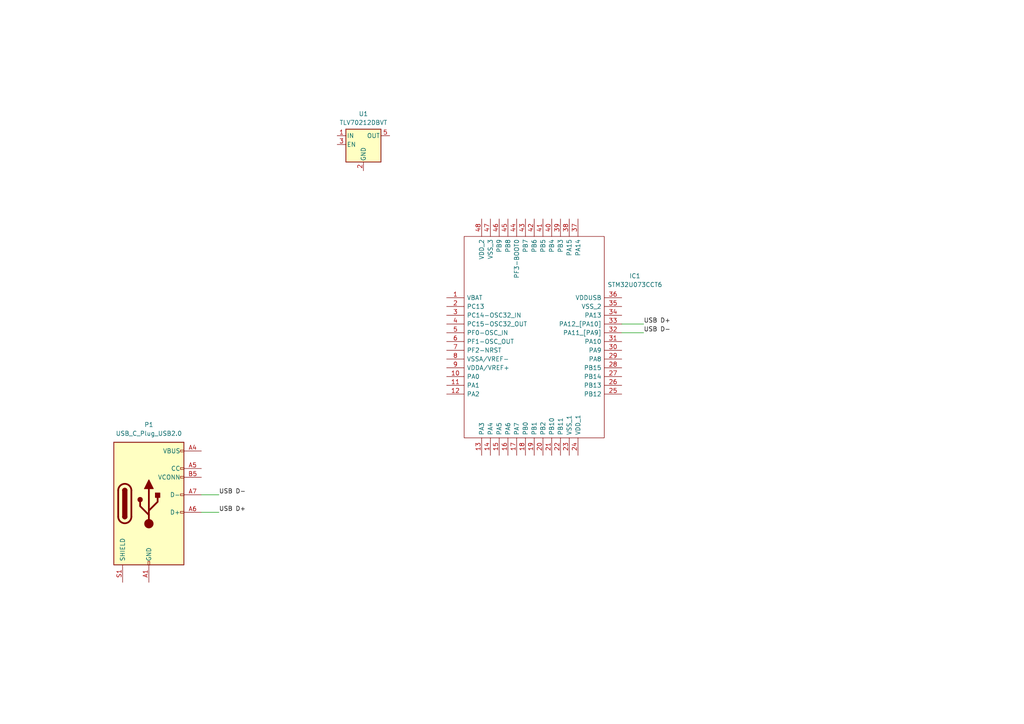
<source format=kicad_sch>
(kicad_sch (version 20231120) (generator "eeschema") (generator_version "8.0")
  (paper "A4")
  (lib_symbols
    (symbol "Connector:USB_C_Plug_USB2.0" (pin_names (offset 1.016))
      (property "Reference" "P" (at -10.16 19.05 0))
      (property "Value" "USB_C_Plug_USB2.0" (at 12.7 19.05 0))
      (symbol "USB_C_Plug_USB2.0_0_0"
        (rectangle (start -0.254 -17.78) (end 0.254 -16.764))
        (rectangle (start 10.16 -2.286) (end 9.144 -2.794))
        (rectangle (start 10.16 2.794) (end 9.144 2.286))
        (rectangle (start 10.16 7.874) (end 9.144 7.366))
        (rectangle (start 10.16 10.414) (end 9.144 9.906))
        (rectangle (start 10.16 15.494) (end 9.144 14.986))
      )
      (symbol "USB_C_Plug_USB2.0_0_1"
        (rectangle (start -10.16 17.78) (end 10.16 -17.78) (stroke (width 0.254)) (fill (type background)))
        (arc (start -8.89 -3.81) (mid -6.985 -5.7067) (end -5.08 -3.81) (stroke (width 0.508)))
        (arc (start -7.62 -3.81) (mid -6.985 -4.4423) (end -6.35 -3.81) (stroke (width 0.254)))
        (arc (start -7.62 -3.81) (mid -6.985 -4.4423) (end -6.35 -3.81) (stroke (width 0.254)) (fill (type outline)))
        (rectangle (start -7.62 -3.81) (end -6.35 3.81) (stroke (width 0.254)) (fill (type outline)))
        (arc (start -6.35 3.81) (mid -6.985 4.4423) (end -7.62 3.81) (stroke (width 0.254)))
        (arc (start -6.35 3.81) (mid -6.985 4.4423) (end -7.62 3.81) (stroke (width 0.254)) (fill (type outline)))
        (arc (start -5.08 3.81) (mid -6.985 5.7067) (end -8.89 3.81) (stroke (width 0.508)))
        (circle (center -2.54 1.143) (radius 0.635) (stroke (width 0.254)) (fill (type outline)))
        (circle (center 0 -5.842) (radius 1.27) (fill (type outline)))
        (polyline (pts (xy -8.89 -3.81) (xy -8.89 3.81)) (stroke (width 0.508)))
        (polyline (pts (xy -5.08 3.81) (xy -5.08 -3.81)) (stroke (width 0.508)))
        (polyline (pts (xy 0 -5.842) (xy 0 4.318)) (stroke (width 0.508)))
        (polyline (pts (xy 0 -3.302) (xy -2.54 -0.762) (xy -2.54 0.508)) (stroke (width 0.508)))
        (polyline (pts (xy 0 -2.032) (xy 2.54 0.508) (xy 2.54 1.778)) (stroke (width 0.508)))
        (polyline (pts (xy -1.27 4.318) (xy 0 6.858) (xy 1.27 4.318) (xy -1.27 4.318)) (stroke (width 0.254)) (fill (type outline)))
        (rectangle (start 1.905 1.778) (end 3.175 3.048) (stroke (width 0.254)) (fill (type outline)))
      )
      (symbol "USB_C_Plug_USB2.0_1_1"
        (pin passive line (at 0 -22.86 90) (length 5.08) (name "GND") (number "A1"))
        (pin passive line (at 0 -22.86 90) (length 5.08) hide (name "GND") (number "A12"))
        (pin passive line (at 15.24 15.24 180) (length 5.08) (name "VBUS") (number "A4"))
        (pin bidirectional line (at 15.24 10.16 180) (length 5.08) (name "CC") (number "A5"))
        (pin bidirectional line (at 15.24 -2.54 180) (length 5.08) (name "D+") (number "A6"))
        (pin bidirectional line (at 15.24 2.54 180) (length 5.08) (name "D-") (number "A7"))
        (pin passive line (at 15.24 15.24 180) (length 5.08) hide (name "VBUS") (number "A9"))
        (pin passive line (at 0 -22.86 90) (length 5.08) hide (name "GND") (number "B1"))
        (pin passive line (at 0 -22.86 90) (length 5.08) hide (name "GND") (number "B12"))
        (pin passive line (at 15.24 15.24 180) (length 5.08) hide (name "VBUS") (number "B4"))
        (pin bidirectional line (at 15.24 7.62 180) (length 5.08) (name "VCONN") (number "B5"))
        (pin passive line (at 15.24 15.24 180) (length 5.08) hide (name "VBUS") (number "B9"))
        (pin passive line (at -7.62 -22.86 90) (length 5.08) (name "SHIELD") (number "S1"))
      )
    )
    (symbol "Regulator_Linear:TLV70212_SOT23-5" (pin_names (offset 0.254))
      (property "Reference" "U" (at -3.81 5.715 0))
      (property "Value" "TLV70212_SOT23-5" (at 0 5.715 0))
      (symbol "TLV70212_SOT23-5_0_1"
        (rectangle (start -5.08 4.445) (end 5.08 -5.08) (stroke (width 0.254)) (fill (type background)))
      )
      (symbol "TLV70212_SOT23-5_1_1"
        (pin power_in line (at -7.62 2.54 0) (length 2.54) (name "IN") (number "1"))
        (pin power_in line (at 0 -7.62 90) (length 2.54) (name "GND") (number "2"))
        (pin input line (at -7.62 0 0) (length 2.54) (name "EN") (number "3"))
        (pin no_connect line (at 5.08 0 180) (length 2.54) hide (name "NC") (number "4"))
        (pin power_out line (at 7.62 2.54 180) (length 2.54) (name "OUT") (number "5"))
      )
    )
    (symbol "otmb_library:STM32U073CCT6" (pin_names (offset 0.762))
      (property "Reference" "IC" (at 46.99 22.86 0))
      (property "Value" "STM32U073CCT6" (at 46.99 20.32 0))
      (symbol "STM32U073CCT6_0_0"
        (pin passive line (at 0 0 0) (length 5.08) (name "VBAT") (number "1"))
        (pin passive line (at 0 -22.86 0) (length 5.08) (name "PA0") (number "10"))
        (pin passive line (at 0 -25.4 0) (length 5.08) (name "PA1") (number "11"))
        (pin passive line (at 0 -27.94 0) (length 5.08) (name "PA2") (number "12"))
        (pin passive line (at 10.16 -45.72 90) (length 5.08) (name "PA3") (number "13"))
        (pin passive line (at 12.7 -45.72 90) (length 5.08) (name "PA4") (number "14"))
        (pin passive line (at 15.24 -45.72 90) (length 5.08) (name "PA5") (number "15"))
        (pin passive line (at 17.78 -45.72 90) (length 5.08) (name "PA6") (number "16"))
        (pin passive line (at 20.32 -45.72 90) (length 5.08) (name "PA7") (number "17"))
        (pin passive line (at 22.86 -45.72 90) (length 5.08) (name "PB0") (number "18"))
        (pin passive line (at 25.4 -45.72 90) (length 5.08) (name "PB1") (number "19"))
        (pin passive line (at 0 -2.54 0) (length 5.08) (name "PC13") (number "2"))
        (pin passive line (at 27.94 -45.72 90) (length 5.08) (name "PB2") (number "20"))
        (pin passive line (at 30.48 -45.72 90) (length 5.08) (name "PB10") (number "21"))
        (pin passive line (at 33.02 -45.72 90) (length 5.08) (name "PB11") (number "22"))
        (pin passive line (at 35.56 -45.72 90) (length 5.08) (name "VSS_1") (number "23"))
        (pin passive line (at 38.1 -45.72 90) (length 5.08) (name "VDD_1") (number "24"))
        (pin passive line (at 50.8 -27.94 180) (length 5.08) (name "PB12") (number "25"))
        (pin passive line (at 50.8 -25.4 180) (length 5.08) (name "PB13") (number "26"))
        (pin passive line (at 50.8 -22.86 180) (length 5.08) (name "PB14") (number "27"))
        (pin passive line (at 50.8 -20.32 180) (length 5.08) (name "PB15") (number "28"))
        (pin passive line (at 50.8 -17.78 180) (length 5.08) (name "PA8") (number "29"))
        (pin passive line (at 0 -5.08 0) (length 5.08) (name "PC14-OSC32_IN") (number "3"))
        (pin passive line (at 50.8 -15.24 180) (length 5.08) (name "PA9") (number "30"))
        (pin passive line (at 50.8 -12.7 180) (length 5.08) (name "PA10") (number "31"))
        (pin passive line (at 50.8 -10.16 180) (length 5.08) (name "PA11_[PA9]") (number "32"))
        (pin passive line (at 50.8 -7.62 180) (length 5.08) (name "PA12_[PA10]") (number "33"))
        (pin passive line (at 50.8 -5.08 180) (length 5.08) (name "PA13") (number "34"))
        (pin passive line (at 50.8 -2.54 180) (length 5.08) (name "VSS_2") (number "35"))
        (pin passive line (at 50.8 0 180) (length 5.08) (name "VDDUSB") (number "36"))
        (pin passive line (at 38.1 22.86 270) (length 5.08) (name "PA14") (number "37"))
        (pin passive line (at 35.56 22.86 270) (length 5.08) (name "PA15") (number "38"))
        (pin passive line (at 33.02 22.86 270) (length 5.08) (name "PB3") (number "39"))
        (pin passive line (at 0 -7.62 0) (length 5.08) (name "PC15-OSC32_OUT") (number "4"))
        (pin passive line (at 30.48 22.86 270) (length 5.08) (name "PB4") (number "40"))
        (pin passive line (at 27.94 22.86 270) (length 5.08) (name "PB5") (number "41"))
        (pin passive line (at 25.4 22.86 270) (length 5.08) (name "PB6") (number "42"))
        (pin passive line (at 22.86 22.86 270) (length 5.08) (name "PB7") (number "43"))
        (pin passive line (at 20.32 22.86 270) (length 5.08) (name "PF3-BOOT0") (number "44"))
        (pin passive line (at 17.78 22.86 270) (length 5.08) (name "PB8") (number "45"))
        (pin passive line (at 15.24 22.86 270) (length 5.08) (name "PB9") (number "46"))
        (pin passive line (at 12.7 22.86 270) (length 5.08) (name "VSS_3") (number "47"))
        (pin passive line (at 10.16 22.86 270) (length 5.08) (name "VDD_2") (number "48"))
        (pin passive line (at 0 -10.16 0) (length 5.08) (name "PF0-OSC_IN") (number "5"))
        (pin passive line (at 0 -12.7 0) (length 5.08) (name "PF1-OSC_OUT") (number "6"))
        (pin passive line (at 0 -15.24 0) (length 5.08) (name "PF2-NRST") (number "7"))
        (pin passive line (at 0 -17.78 0) (length 5.08) (name "VSSA/VREF-") (number "8"))
        (pin passive line (at 0 -20.32 0) (length 5.08) (name "VDDA/VREF+") (number "9"))
      )
      (symbol "STM32U073CCT6_0_1"
        (polyline (pts (xy 5.08 17.78) (xy 45.72 17.78) (xy 45.72 -40.64) (xy 5.08 -40.64) (xy 5.08 17.78)) (stroke (width 0.1524)))
      )
    )
  )
  (wire (pts (xy 58.42 143.51) (xy 63.5 143.51)))
  (wire (pts (xy 58.42 148.59) (xy 63.5 148.59)))
  (wire (pts (xy 180.34 96.52) (xy 186.69 96.52)))
  (wire (pts (xy 180.34 93.98) (xy 186.69 93.98)))
  (label "USB D+" (at 186.69 93.98 0))
  (label "USB D-" (at 186.69 96.52 0))
  (label "USB D-" (at 63.5 143.51 0))
  (label "USB D+" (at 63.5 148.59 0))
  (symbol (lib_id "Regulator_Linear:TLV70212_SOT23-5") (at 105.41 41.91 0) (unit 1)
    (property "Reference" "U1" (at 105.41 33.02 0))
    (property "Value" "TLV70212DBVT" (at 105.41 35.56 0))
    (property "Footprint" "Package_TO_SOT_SMD:SOT-23-5" (effects (hide yes)))
    (property "Datasheet" "http://www.ti.com/lit/ds/symlink/tlv702.pdf" (effects (hide yes)))
    (property "Description" "300mA Low Dropout Voltage Regulator, Fixed Output 1.2V, SOT-23-5" (effects (hide yes)))
  )
  (symbol (lib_id "Connector:USB_C_Plug_USB2.0") (at 43.18 146.05 0) (unit 1)
    (property "Reference" "P1" (at 43.18 123.19 0))
    (property "Value" "USB_C_Plug_USB2.0" (at 43.18 125.73 0))
    (property "Datasheet" "https://www.usb.org/sites/default/files/documents/usb_type-c.zip" (effects (hide yes)))
    (property "Description" "USB 2.0-only Type-C Plug connector" (effects (hide yes)))
  )
  (symbol (lib_id "otmb_library:STM32U073CCT6") (at 129.54 86.36 0) (unit 1)
    (property "Reference" "IC1" (at 184.15 80.0414 0))
    (property "Value" "STM32U073CCT6" (at 184.15 82.5814 0))
    (property "Footprint" "QFP50P900X900X160-48N" (effects (hide yes)))
    (property "Datasheet" "https://www.st.com/resource/en/datasheet/stm32u073cc.pdf" (effects (hide yes)))
    (property "Description" "Ultra-low-power Arm Cortex-M0+ MCU with 256 Kbytes of Flash memory, LCD, USB, 56 MHz CPU" (effects (hide yes)))
    (property "Description_1" "Ultra-low-power Arm Cortex-M0+ MCU with 256 Kbytes of Flash memory, LCD, USB, 56 MHz CPU" (effects (hide yes)))
    (property "Height" "1.6" (effects (hide yes)))
    (property "Manufacturer_Name" "STMicroelectronics" (effects (hide yes)))
    (property "Manufacturer_Part_Number" "STM32U073CCT6" (effects (hide yes)))
  )
)
</source>
